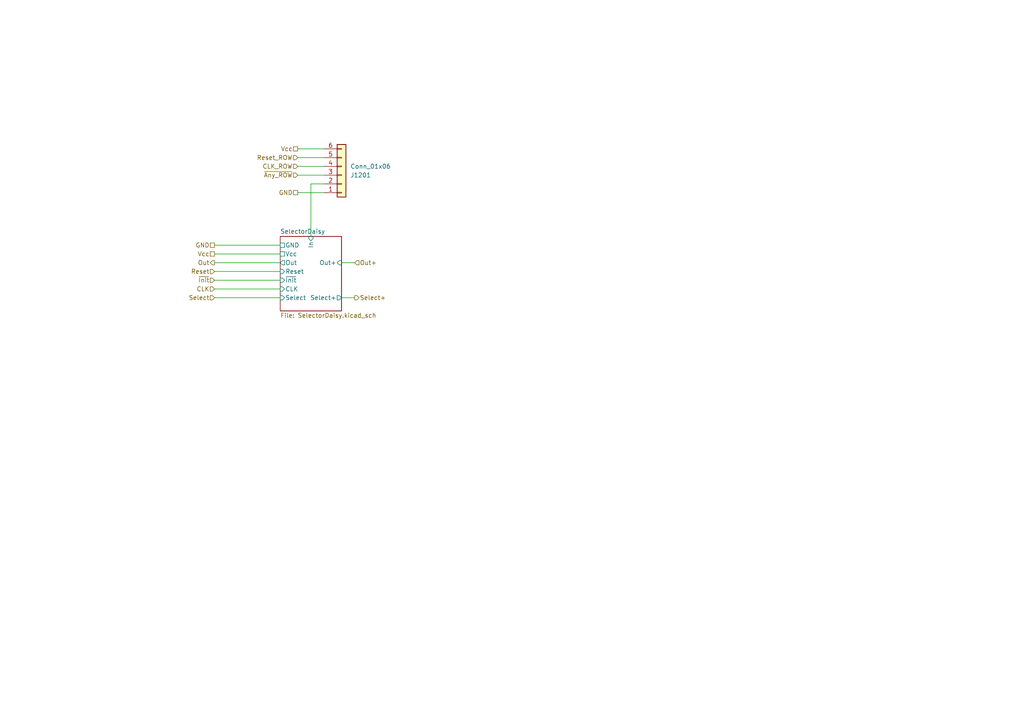
<source format=kicad_sch>
(kicad_sch (version 20231120) (generator "eeschema") (generator_version "8.0")
  (paper "A4")
  (lib_symbols
    (symbol "Connector_Generic:Conn_01x06" (pin_names (offset 1.016) hide)
      (property "Reference" "J" (at 0 7.62 0))
      (property "Value" "Conn_01x06" (at 0 -10.16 0))
      (symbol "Conn_01x06_1_1"
        (rectangle (start -1.27 -7.493) (end 0 -7.747) (stroke (width 0.1524)))
        (rectangle (start -1.27 -4.953) (end 0 -5.207) (stroke (width 0.1524)))
        (rectangle (start -1.27 -2.413) (end 0 -2.667) (stroke (width 0.1524)))
        (rectangle (start -1.27 0.127) (end 0 -0.127) (stroke (width 0.1524)))
        (rectangle (start -1.27 2.667) (end 0 2.413) (stroke (width 0.1524)))
        (rectangle (start -1.27 5.207) (end 0 4.953) (stroke (width 0.1524)))
        (rectangle (start -1.27 6.35) (end 1.27 -8.89) (stroke (width 0.254)) (fill (type background)))
        (pin passive line (at -5.08 5.08 0) (length 3.81) (name "Pin_1") (number "1"))
        (pin passive line (at -5.08 2.54 0) (length 3.81) (name "Pin_2") (number "2"))
        (pin passive line (at -5.08 0 0) (length 3.81) (name "Pin_3") (number "3"))
        (pin passive line (at -5.08 -2.54 0) (length 3.81) (name "Pin_4") (number "4"))
        (pin passive line (at -5.08 -5.08 0) (length 3.81) (name "Pin_5") (number "5"))
        (pin passive line (at -5.08 -7.62 0) (length 3.81) (name "Pin_6") (number "6"))
      )
    )
  )
  (wire (pts (xy 99.06 76.2) (xy 102.87 76.2)))
  (wire (pts (xy 62.23 71.12) (xy 81.28 71.12)))
  (wire (pts (xy 90.17 53.34) (xy 90.17 68.58)))
  (wire (pts (xy 86.36 43.18) (xy 93.98 43.18)))
  (wire (pts (xy 86.36 50.8) (xy 93.98 50.8)))
  (wire (pts (xy 86.36 48.26) (xy 93.98 48.26)))
  (wire (pts (xy 62.23 78.74) (xy 81.28 78.74)))
  (wire (pts (xy 86.36 45.72) (xy 93.98 45.72)))
  (wire (pts (xy 90.17 53.34) (xy 93.98 53.34)))
  (wire (pts (xy 62.23 73.66) (xy 81.28 73.66)))
  (wire (pts (xy 62.23 86.36) (xy 81.28 86.36)))
  (wire (pts (xy 62.23 76.2) (xy 81.28 76.2)))
  (wire (pts (xy 99.06 86.36) (xy 102.87 86.36)))
  (wire (pts (xy 86.36 55.88) (xy 93.98 55.88)))
  (wire (pts (xy 62.23 81.28) (xy 81.28 81.28)))
  (wire (pts (xy 62.23 83.82) (xy 81.28 83.82)))
  (hierarchical_label "CLK_ROW" (shape input) (at 86.36 48.26 180))
  (hierarchical_label "Out+" (shape input) (at 102.87 76.2 0))
  (hierarchical_label "Out" (shape output) (at 62.23 76.2 180))
  (hierarchical_label "Reset" (shape input) (at 62.23 78.74 180))
  (hierarchical_label "Select+" (shape output) (at 102.87 86.36 0))
  (hierarchical_label "Reset_ROW" (shape input) (at 86.36 45.72 180))
  (hierarchical_label "GND" (shape passive) (at 62.23 71.12 180))
  (hierarchical_label "Vcc" (shape passive) (at 86.36 43.18 180))
  (hierarchical_label "Vcc" (shape passive) (at 62.23 73.66 180))
  (hierarchical_label "Select" (shape input) (at 62.23 86.36 180))
  (hierarchical_label "~{Any_ROW}" (shape input) (at 86.36 50.8 180))
  (hierarchical_label "CLK" (shape input) (at 62.23 83.82 180))
  (hierarchical_label "GND" (shape passive) (at 86.36 55.88 180))
  (hierarchical_label "~{Init}" (shape input) (at 62.23 81.28 180))
  (symbol (lib_id "Connector_Generic:Conn_01x06") (at 99.06 50.8 0) (mirror x) (unit 1)
    (property "Reference" "J1201" (at 101.6 50.8001 0) (effects (justify left)))
    (property "Value" "Conn_01x06" (at 101.6 48.2601 0) (effects (justify left)))
    (property "Footprint" "Connector_FFC-FPC:Molex_200528-0060_1x06-1MP_P1.00mm_Horizontal" (effects (hide yes)))
    (property "Description" "Generic connector, single row, 01x06, script generated (kicad-library-utils/schlib/autogen/connector/)" (effects (hide yes)))
    (instances (project "KeyboardBase" (path "" (reference "J1201") (unit 1)) (path "" (reference "J801") (unit 1)) (path "" (reference "J1001") (unit 1)) (path "" (reference "J1401") (unit 1)) (path "" (reference "J201") (unit 1)) (path "" (reference "J601") (unit 1)) (path "" (reference "J401") (unit 1))))
  )
  (sheet (at 81.28 68.58) (size 17.78 21.59) (stroke (width 0.1524))
    (property "Sheetname" "SelectorDaisy" (at 81.28 67.8684 0) (effects (justify left bottom)))
    (property "Sheetfile" "SelectorDaisy.kicad_sch" (at 81.28 90.7546 0) (effects (justify left top)))
    (pin "GND" passive (at 81.28 71.12 180))
    (pin "Vcc" passive (at 81.28 73.66 180))
    (pin "Out" output (at 81.28 76.2 180))
    (pin "Reset" input (at 81.28 78.74 180))
    (pin "CLK" input (at 81.28 83.82 180))
    (pin "Select" input (at 81.28 86.36 180))
    (pin "In" input (at 90.17 68.58 90))
    (pin "Select+" output (at 99.06 86.36 0))
    (pin "Out+" input (at 99.06 76.2 0))
    (pin "~{Init}" input (at 81.28 81.28 180))
  )
)
</source>
